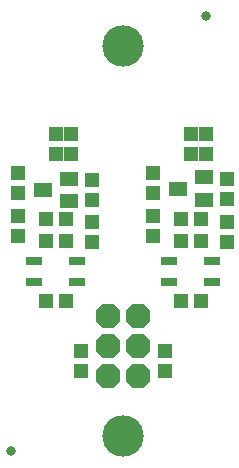
<source format=gbr>
G04 EAGLE Gerber RS-274X export*
G75*
%MOMM*%
%FSLAX34Y34*%
%LPD*%
%INSoldermask Top*%
%IPPOS*%
%AMOC8*
5,1,8,0,0,1.08239X$1,22.5*%
G01*
%ADD10R,1.203200X1.303200*%
%ADD11R,1.403200X0.803200*%
%ADD12P,2.254402X8X292.500000*%
%ADD13R,1.303200X1.203200*%
%ADD14C,3.505200*%
%ADD15R,1.603200X1.203200*%
%ADD16C,0.838200*%


D10*
X143510Y97400D03*
X143510Y80400D03*
D11*
X32800Y156100D03*
X68800Y156100D03*
X68800Y174100D03*
X32800Y174100D03*
D12*
X95250Y127000D03*
X120650Y127000D03*
X95250Y101600D03*
X120650Y101600D03*
X95250Y76200D03*
X120650Y76200D03*
D13*
X42300Y139700D03*
X59300Y139700D03*
D11*
X147100Y156100D03*
X183100Y156100D03*
X183100Y174100D03*
X147100Y174100D03*
D13*
X156600Y139700D03*
X173600Y139700D03*
D14*
X107950Y25400D03*
X107950Y355600D03*
D13*
X42300Y209550D03*
X59300Y209550D03*
D10*
X81280Y206620D03*
X81280Y189620D03*
X81280Y242180D03*
X81280Y225180D03*
X19050Y231530D03*
X19050Y248530D03*
X165100Y281550D03*
X165100Y264550D03*
D13*
X156600Y209550D03*
X173600Y209550D03*
D10*
X195580Y206620D03*
X195580Y189620D03*
X195580Y243450D03*
X195580Y226450D03*
X133350Y231530D03*
X133350Y248530D03*
X63500Y264550D03*
X63500Y281550D03*
X177800Y264550D03*
X177800Y281550D03*
X72390Y80400D03*
X72390Y97400D03*
D15*
X39800Y233680D03*
X61800Y243180D03*
X61800Y224180D03*
X154100Y234950D03*
X176100Y244450D03*
X176100Y225450D03*
D10*
X50800Y281550D03*
X50800Y264550D03*
D13*
X59300Y190500D03*
X42300Y190500D03*
D10*
X19050Y211700D03*
X19050Y194700D03*
X133350Y211700D03*
X133350Y194700D03*
D13*
X173600Y190500D03*
X156600Y190500D03*
D16*
X177800Y381000D03*
X12700Y12700D03*
M02*

</source>
